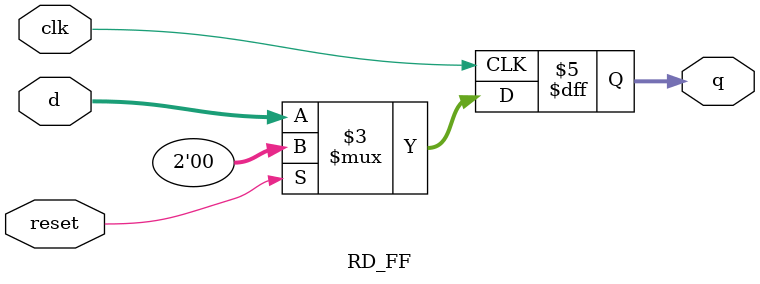
<source format=v>
module RD_FF(
  input clk, reset,
  input [1:0] d,
  output reg [1:0] q
	);
  always@(posedge clk) begin
  if(reset)
    q=0;
  else
    q=d;
  end
endmodule

</source>
